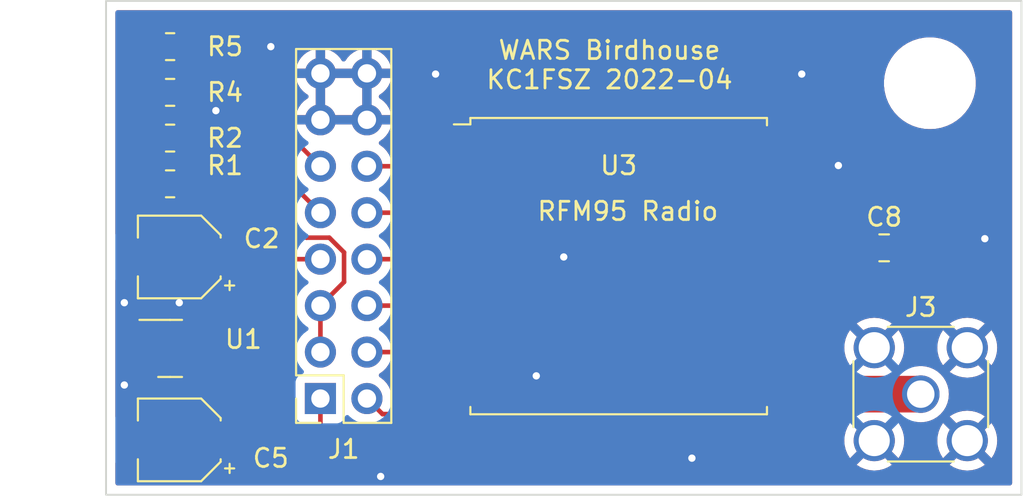
<source format=kicad_pcb>
(kicad_pcb (version 20211014) (generator pcbnew)
  (layers (0 "F.Cu" signal) (31 "B.Cu" signal) (34 "B.Paste" user) (35 "F.Paste" user) (36 "B.SilkS" user "B.Silkscreen") (37 "F.SilkS" user "F.Silkscreen") (38 "B.Mask" user) (39 "F.Mask" user) (44 "Edge.Cuts" user))
  (net 0 "")
  (net 1 "VSUPPLY")
  (net 2 "GND")
  (net 3 "+3V3")
  (net 4 "RADIO_INT0")
  (net 5 "VPANEL")
  (net 6 "RADIO_SCK")
  (net 7 "RADIO_MOSI")
  (net 8 "RADIO_MISO")
  (net 9 "VPANEL_SENSE")
  (net 10 "RADIO_NSS")
  (net 11 "VSUPPLY_SENSE")
  (net 12 "RADIO_RESET")
  (net 13 "Net-(J3-Pad1)")
  (footprint "RF_Module:HOPERF_RFM9XW_SMD" (layer "F.Cu") (at 149 89.5)
    (fp_text reference "U3" (at 0 -5.5) (layer "F.SilkS"))
    (fp_text value "RFM95W-868S2")
    (fp_line (start -8.1 8.1) (end 8.1 8.1) (layer "F.SilkS") (width 0.12))
    (fp_line (start -8.1 -7.75) (end -9 -7.75) (layer "F.SilkS") (width 0.12))
    (fp_line (start -8.1 -8.1) (end -8.1 -7.75) (layer "F.SilkS") (width 0.12))
    (fp_line (start -8.1 7.7) (end -8.1 8.1) (layer "F.SilkS") (width 0.12))
    (fp_line (start 8.1 -8.1) (end 8.1 -7.7) (layer "F.SilkS") (width 0.12))
    (fp_line (start 8.1 8.1) (end 8.1 7.7) (layer "F.SilkS") (width 0.12))
    (fp_line (start -8.1 -8.1) (end 8.1 -8.1) (layer "F.SilkS") (width 0.12))
    (pad "1" smd rect (at -8 -7) (size 2 1) (layers "F.Cu" "F.Paste" "F.Mask") (net 2 "GND"))
    (pad "2" smd rect (at -8 -5) (size 2 1) (layers "F.Cu" "F.Paste" "F.Mask") (net 8 "RADIO_MISO"))
    (pad "3" smd rect (at -8 -3) (size 2 1) (layers "F.Cu" "F.Paste" "F.Mask") (net 7 "RADIO_MOSI"))
    (pad "4" smd rect (at -8 -1) (size 2 1) (layers "F.Cu" "F.Paste" "F.Mask") (net 6 "RADIO_SCK"))
    (pad "5" smd rect (at -8 1) (size 2 1) (layers "F.Cu" "F.Paste" "F.Mask") (net 10 "RADIO_NSS"))
    (pad "6" smd rect (at -8 3) (size 2 1) (layers "F.Cu" "F.Paste" "F.Mask") (net 12 "RADIO_RESET"))
    (pad "7" smd rect (at -8 5) (size 2 1) (layers "F.Cu" "F.Paste" "F.Mask"))
    (pad "8" smd rect (at -8 7) (size 2 1) (layers "F.Cu" "F.Paste" "F.Mask") (net 2 "GND"))
    (pad "9" smd rect (at 8 7) (size 2 1) (layers "F.Cu" "F.Paste" "F.Mask") (net 13 "Net-(J3-Pad1)"))
    (pad "10" smd rect (at 8 5) (size 2 1) (layers "F.Cu" "F.Paste" "F.Mask") (net 2 "GND"))
    (pad "11" smd rect (at 8 3) (size 2 1) (layers "F.Cu" "F.Paste" "F.Mask"))
    (pad "12" smd rect (at 8 1) (size 2 1) (layers "F.Cu" "F.Paste" "F.Mask"))
    (pad "13" smd rect (at 8 -1) (size 2 1) (layers "F.Cu" "F.Paste" "F.Mask") (net 3 "+3V3"))
    (pad "14" smd rect (at 8 -3) (size 2 1) (layers "F.Cu" "F.Paste" "F.Mask") (net 4 "RADIO_INT0"))
    (pad "15" smd rect (at 8 -5) (size 2 1) (layers "F.Cu" "F.Paste" "F.Mask"))
    (pad "16" smd rect (at 8 -7) (size 2 1) (layers "F.Cu" "F.Paste" "F.Mask"))
  )
  (footprint "Capacitor_SMD:C_0805_2012Metric_Pad1.18x1.45mm_HandSolder" (layer "F.Cu") (at 163.5 88.5)
    (fp_text reference "C8" (at 0 -1.68) (layer "F.SilkS"))
    (fp_text value "100n")
    (fp_line (start -0.261252 0.735) (end 0.261252 0.735) (layer "F.SilkS") (width 0.12))
    (fp_line (start -0.261252 -0.735) (end 0.261252 -0.735) (layer "F.SilkS") (width 0.12))
    (pad "1" smd roundrect (at -1.0375 0) (size 1.175 1.45) (layers "F.Cu" "F.Paste" "F.Mask") (roundrect_rratio 0.2127659574) (net 3 "+3V3"))
    (pad "2" smd roundrect (at 1.0375 0) (size 1.175 1.45) (layers "F.Cu" "F.Paste" "F.Mask") (roundrect_rratio 0.2127659574) (net 2 "GND"))
  )
  (footprint "MountingHole:MountingHole_4mm" (layer "F.Cu") (at 166 79.5)
    (fp_text reference "H1" hide)
    (fp_text value "MountingHole")
    (pad "" np_thru_hole circle (at 0 0) (size 4 4) (drill 4) (layers *.Cu *.Mask))
  )
  (footprint "Package_TO_SOT_SMD:SOT-23" (layer "F.Cu") (at 124.5 94)
    (fp_text reference "U1" (at 4 -0.5) (layer "F.SilkS"))
    (fp_text value "MCP1700-3302E_SOT23")
    (fp_line (start 0 1.56) (end -0.65 1.56) (layer "F.SilkS") (width 0.12))
    (fp_line (start 0 -1.56) (end 0.65 -1.56) (layer "F.SilkS") (width 0.12))
    (fp_line (start 0 -1.56) (end -1.675 -1.56) (layer "F.SilkS") (width 0.12))
    (fp_line (start 0 1.56) (end 0.65 1.56) (layer "F.SilkS") (width 0.12))
    (pad "1" smd roundrect (at -0.9375 -0.95) (size 1.475 0.6) (layers "F.Cu" "F.Paste" "F.Mask") (net 2 "GND"))
    (pad "2" smd roundrect (at -0.9375 0.95) (size 1.475 0.6) (layers "F.Cu" "F.Paste" "F.Mask") (net 3 "+3V3"))
    (pad "3" smd roundrect (at 0.9375 0) (size 1.475 0.6) (layers "F.Cu" "F.Paste" "F.Mask") (net 1 "VSUPPLY"))
  )
  (footprint "Capacitor_SMD:CP_Elec_4x5.4" (layer "F.Cu") (at 125 99 180)
    (fp_text reference "C5" (at -5 -1) (layer "F.SilkS"))
    (fp_text value "10u")
    (fp_line (start 2.26 2.26) (end 2.26 1.06) (layer "F.SilkS") (width 0.12))
    (fp_line (start -2.26 1.195563) (end -1.195563 2.26) (layer "F.SilkS") (width 0.12))
    (fp_line (start -2.26 -1.195563) (end -1.195563 -2.26) (layer "F.SilkS") (width 0.12))
    (fp_line (start 2.26 -2.26) (end 2.26 -1.06) (layer "F.SilkS") (width 0.12))
    (fp_line (start -2.26 -1.195563) (end -2.26 -1.06) (layer "F.SilkS") (width 0.12))
    (fp_line (start -1.195563 -2.26) (end 2.26 -2.26) (layer "F.SilkS") (width 0.12))
    (fp_line (start -2.26 1.195563) (end -2.26 1.06) (layer "F.SilkS") (width 0.12))
    (fp_line (start -2.75 -1.81) (end -2.75 -1.31) (layer "F.SilkS") (width 0.12))
    (fp_line (start -3 -1.56) (end -2.5 -1.56) (layer "F.SilkS") (width 0.12))
    (fp_line (start -1.195563 2.26) (end 2.26 2.26) (layer "F.SilkS") (width 0.12))
    (pad "1" smd roundrect (at -1.8 0 180) (size 2.6 1.6) (layers "F.Cu" "F.Paste" "F.Mask") (roundrect_rratio 0.15625) (net 3 "+3V3"))
    (pad "2" smd roundrect (at 1.8 0 180) (size 2.6 1.6) (layers "F.Cu" "F.Paste" "F.Mask") (roundrect_rratio 0.15625) (net 2 "GND"))
  )
  (footprint "Resistor_SMD:R_0805_2012Metric_Pad1.20x1.40mm_HandSolder" (layer "F.Cu") (at 124.5 82.5 180)
    (fp_text reference "R2" (at -3 0) (layer "F.SilkS"))
    (fp_text value "1k")
    (fp_line (start -0.227064 0.735) (end 0.227064 0.735) (layer "F.SilkS") (width 0.12))
    (fp_line (start -0.227064 -0.735) (end 0.227064 -0.735) (layer "F.SilkS") (width 0.12))
    (pad "1" smd roundrect (at -1 0 180) (size 1.2 1.4) (layers "F.Cu" "F.Paste" "F.Mask") (roundrect_rratio 0.2083333333) (net 9 "VPANEL_SENSE"))
    (pad "2" smd roundrect (at 1 0 180) (size 1.2 1.4) (layers "F.Cu" "F.Paste" "F.Mask") (roundrect_rratio 0.2083333333) (net 2 "GND"))
  )
  (footprint "Connector_Coaxial:SMA_Amphenol_132134_Vertical" (layer "F.Cu") (at 165.5 96.5)
    (fp_text reference "J3" (at 0 -4.75) (layer "F.SilkS"))
    (fp_text value "SMA")
    (fp_line (start 3.68 -1.8) (end 3.68 1.8) (layer "F.SilkS") (width 0.12))
    (fp_line (start -3.68 -1.8) (end -3.68 1.8) (layer "F.SilkS") (width 0.12))
    (fp_line (start -1.8 3.68) (end 1.8 3.68) (layer "F.SilkS") (width 0.12))
    (fp_line (start -1.8 -3.68) (end 1.8 -3.68) (layer "F.SilkS") (width 0.12))
    (pad "1" thru_hole circle (at 0 0) (size 2.05 2.05) (drill 1.5) (layers *.Cu *.Mask) (net 13 "Net-(J3-Pad1)"))
    (pad "2" thru_hole circle (at 2.54 2.54) (size 2.25 2.25) (drill 1.7) (layers *.Cu *.Mask) (net 2 "GND"))
    (pad "2" thru_hole circle (at -2.54 2.54) (size 2.25 2.25) (drill 1.7) (layers *.Cu *.Mask) (net 2 "GND"))
    (pad "2" thru_hole circle (at -2.54 -2.54) (size 2.25 2.25) (drill 1.7) (layers *.Cu *.Mask) (net 2 "GND"))
    (pad "2" thru_hole circle (at 2.54 -2.54) (size 2.25 2.25) (drill 1.7) (layers *.Cu *.Mask) (net 2 "GND"))
  )
  (footprint "Connector_PinSocket_2.54mm:PinSocket_2x08_P2.54mm_Vertical" (layer "F.Cu") (at 132.71 96.74 180)
    (fp_text reference "J1" (at -1.27 -2.77) (layer "F.SilkS"))
    (fp_text value "Conn_02x08_Odd_Even")
    (fp_line (start -1.27 1.27) (end 1.33 1.27) (layer "F.SilkS") (width 0.12))
    (fp_line (start 1.33 1.27) (end 1.33 19.11) (layer "F.SilkS") (width 0.12))
    (fp_line (start -3.87 -1.33) (end -3.87 19.11) (layer "F.SilkS") (width 0.12))
    (fp_line (start 0 -1.33) (end 1.33 -1.33) (layer "F.SilkS") (width 0.12))
    (fp_line (start -3.87 -1.33) (end -1.27 -1.33) (layer "F.SilkS") (width 0.12))
    (fp_line (start -1.27 -1.33) (end -1.27 1.27) (layer "F.SilkS") (width 0.12))
    (fp_line (start -3.87 19.11) (end 1.33 19.11) (layer "F.SilkS") (width 0.12))
    (fp_line (start 1.33 -1.33) (end 1.33 0) (layer "F.SilkS") (width 0.12))
    (pad "1" thru_hole rect (at 0 0 180) (size 1.7 1.7) (drill 1) (layers *.Cu *.Mask) (net 3 "+3V3"))
    (pad "2" thru_hole oval (at -2.54 0 180) (size 1.7 1.7) (drill 1) (layers *.Cu *.Mask) (net 4 "RADIO_INT0"))
    (pad "3" thru_hole oval (at 0 2.54 180) (size 1.7 1.7) (drill 1) (layers *.Cu *.Mask) (net 5 "VPANEL"))
    (pad "4" thru_hole oval (at -2.54 2.54 180) (size 1.7 1.7) (drill 1) (layers *.Cu *.Mask) (net 12 "RADIO_RESET"))
    (pad "5" thru_hole oval (at 0 5.08 180) (size 1.7 1.7) (drill 1) (layers *.Cu *.Mask) (net 5 "VPANEL"))
    (pad "6" thru_hole oval (at -2.54 5.08 180) (size 1.7 1.7) (drill 1) (layers *.Cu *.Mask) (net 10 "RADIO_NSS"))
    (pad "7" thru_hole oval (at 0 7.62 180) (size 1.7 1.7) (drill 1) (layers *.Cu *.Mask) (net 1 "VSUPPLY"))
    (pad "8" thru_hole oval (at -2.54 7.62 180) (size 1.7 1.7) (drill 1) (layers *.Cu *.Mask) (net 6 "RADIO_SCK"))
    (pad "9" thru_hole oval (at 0 10.16 180) (size 1.7 1.7) (drill 1) (layers *.Cu *.Mask) (net 9 "VPANEL_SENSE"))
    (pad "10" thru_hole oval (at -2.54 10.16 180) (size 1.7 1.7) (drill 1) (layers *.Cu *.Mask) (net 7 "RADIO_MOSI"))
    (pad "11" thru_hole oval (at 0 12.7 180) (size 1.7 1.7) (drill 1) (layers *.Cu *.Mask) (net 11 "VSUPPLY_SENSE"))
    (pad "12" thru_hole oval (at -2.54 12.7 180) (size 1.7 1.7) (drill 1) (layers *.Cu *.Mask) (net 8 "RADIO_MISO"))
    (pad "13" thru_hole oval (at 0 15.24 180) (size 1.7 1.7) (drill 1) (layers *.Cu *.Mask) (net 2 "GND"))
    (pad "14" thru_hole oval (at -2.54 15.24 180) (size 1.7 1.7) (drill 1) (layers *.Cu *.Mask) (net 2 "GND"))
    (pad "15" thru_hole oval (at 0 17.78 180) (size 1.7 1.7) (drill 1) (layers *.Cu *.Mask) (net 2 "GND"))
    (pad "16" thru_hole oval (at -2.54 17.78 180) (size 1.7 1.7) (drill 1) (layers *.Cu *.Mask) (net 2 "GND"))
  )
  (footprint "Resistor_SMD:R_0805_2012Metric_Pad1.20x1.40mm_HandSolder" (layer "F.Cu") (at 124.5 80 180)
    (fp_text reference "R4" (at -3 0) (layer "F.SilkS"))
    (fp_text value "1k")
    (fp_line (start -0.227064 0.735) (end 0.227064 0.735) (layer "F.SilkS") (width 0.12))
    (fp_line (start -0.227064 -0.735) (end 0.227064 -0.735) (layer "F.SilkS") (width 0.12))
    (pad "1" smd roundrect (at -1 0 180) (size 1.2 1.4) (layers "F.Cu" "F.Paste" "F.Mask") (roundrect_rratio 0.2083333333) (net 11 "VSUPPLY_SENSE"))
    (pad "2" smd roundrect (at 1 0 180) (size 1.2 1.4) (layers "F.Cu" "F.Paste" "F.Mask") (roundrect_rratio 0.2083333333) (net 1 "VSUPPLY"))
  )
  (footprint "Resistor_SMD:R_0805_2012Metric_Pad1.20x1.40mm_HandSolder" (layer "F.Cu") (at 124.5 77.5 180)
    (fp_text reference "R5" (at -3 0) (layer "F.SilkS"))
    (fp_text value "1k")
    (fp_line (start -0.227064 0.735) (end 0.227064 0.735) (layer "F.SilkS") (width 0.12))
    (fp_line (start -0.227064 -0.735) (end 0.227064 -0.735) (layer "F.SilkS") (width 0.12))
    (pad "1" smd roundrect (at -1 0 180) (size 1.2 1.4) (layers "F.Cu" "F.Paste" "F.Mask") (roundrect_rratio 0.2083333333) (net 11 "VSUPPLY_SENSE"))
    (pad "2" smd roundrect (at 1 0 180) (size 1.2 1.4) (layers "F.Cu" "F.Paste" "F.Mask") (roundrect_rratio 0.2083333333) (net 2 "GND"))
  )
  (footprint "Capacitor_SMD:CP_Elec_4x5.4" (layer "F.Cu") (at 125 89 180)
    (fp_text reference "C2" (at -4.5 1) (layer "F.SilkS"))
    (fp_text value "10u")
    (fp_line (start -2.75 -1.81) (end -2.75 -1.31) (layer "F.SilkS") (width 0.12))
    (fp_line (start -3 -1.56) (end -2.5 -1.56) (layer "F.SilkS") (width 0.12))
    (fp_line (start -2.26 -1.195563) (end -2.26 -1.06) (layer "F.SilkS") (width 0.12))
    (fp_line (start -2.26 1.195563) (end -1.195563 2.26) (layer "F.SilkS") (width 0.12))
    (fp_line (start -1.195563 2.26) (end 2.26 2.26) (layer "F.SilkS") (width 0.12))
    (fp_line (start -1.195563 -2.26) (end 2.26 -2.26) (layer "F.SilkS") (width 0.12))
    (fp_line (start -2.26 1.195563) (end -2.26 1.06) (layer "F.SilkS") (width 0.12))
    (fp_line (start 2.26 2.26) (end 2.26 1.06) (layer "F.SilkS") (width 0.12))
    (fp_line (start -2.26 -1.195563) (end -1.195563 -2.26) (layer "F.SilkS") (width 0.12))
    (fp_line (start 2.26 -2.26) (end 2.26 -1.06) (layer "F.SilkS") (width 0.12))
    (pad "1" smd roundrect (at -1.8 0 180) (size 2.6 1.6) (layers "F.Cu" "F.Paste" "F.Mask") (roundrect_rratio 0.15625) (net 1 "VSUPPLY"))
    (pad "2" smd roundrect (at 1.8 0 180) (size 2.6 1.6) (layers "F.Cu" "F.Paste" "F.Mask") (roundrect_rratio 0.15625) (net 2 "GND"))
  )
  (footprint "Resistor_SMD:R_0805_2012Metric_Pad1.20x1.40mm_HandSolder" (layer "F.Cu") (at 124.5 85 180)
    (fp_text reference "R1" (at -3 1) (layer "F.SilkS"))
    (fp_text value "5k")
    (fp_line (start -0.227064 0.735) (end 0.227064 0.735) (layer "F.SilkS") (width 0.12))
    (fp_line (start -0.227064 -0.735) (end 0.227064 -0.735) (layer "F.SilkS") (width 0.12))
    (pad "1" smd roundrect (at -1 0 180) (size 1.2 1.4) (layers "F.Cu" "F.Paste" "F.Mask") (roundrect_rratio 0.2083333333) (net 9 "VPANEL_SENSE"))
    (pad "2" smd roundrect (at 1 0 180) (size 1.2 1.4) (layers "F.Cu" "F.Paste" "F.Mask") (roundrect_rratio 0.2083333333) (net 5 "VPANEL"))
  )
  (gr_rect (start 121 75) (end 171 102) (layer "Edge.Cuts") (width 0.1) (fill none))
  (gr_text "RFM95 Radio" (at 149.5 86.5) (layer "F.SilkS") (effects (font (size 1 1))))
  (gr_text " WARS Birdhouse \nKC1FSZ 2022-04" (at 148.5 78.5) (layer "F.SilkS") (effects (font (size 1 1))))
  (segment (start 126.92 89.12) (end 132.71 89.12) (width 0.25) (layer "F.Cu") (net 1))
  (segment (start 125.4375 94) (end 126.8 92.6375) (width 0.25) (layer "F.Cu") (net 1))
  (segment (start 122.57548 80.92452) (end 122.57548 85.687973) (width 0.25) (layer "F.Cu") (net 1))
  (segment (start 126.8 89) (end 126.92 89.12) (width 0.25) (layer "F.Cu") (net 1))
  (segment (start 123.5 80) (end 122.57548 80.92452) (width 0.25) (layer "F.Cu") (net 1))
  (segment (start 125.887507 89) (end 126.8 89) (width 0.25) (layer "F.Cu") (net 1))
  (segment (start 122.57548 85.687973) (end 125.887507 89) (width 0.25) (layer "F.Cu") (net 1))
  (segment (start 126.8 92.6375) (end 126.8 89) (width 0.25) (layer "F.Cu") (net 1))
  (segment (start 124.97548 81.02452) (end 126.97548 81.02452) (width 0.25) (layer "F.Cu") (net 2))
  (segment (start 123.5 82.5) (end 124.97548 81.02452) (width 0.25) (layer "F.Cu") (net 2))
  (segment (start 126.97548 81.02452) (end 127 81) (width 0.25) (layer "F.Cu") (net 2))
  (via (at 169 88) (size 0.8) (drill 0.4) (layers "F.Cu" "B.Cu") (net 2))
  (via (at 125 91.5) (size 0.8) (drill 0.4) (layers "F.Cu" "B.Cu") (net 2))
  (via (at 146 89) (size 0.8) (drill 0.4) (layers "F.Cu" "B.Cu") (net 2))
  (via (at 144.5 95.5) (size 0.8) (drill 0.4) (layers "F.Cu" "B.Cu") (net 2))
  (via (at 161 84) (size 0.8) (drill 0.4) (layers "F.Cu" "B.Cu") (net 2))
  (via (at 153 100) (size 0.8) (drill 0.4) (layers "F.Cu" "B.Cu") (net 2))
  (via (at 127 81) (size 0.8) (drill 0.4) (layers "F.Cu" "B.Cu") (net 2))
  (via (at 159 79) (size 0.8) (drill 0.4) (layers "F.Cu" "B.Cu") (net 2))
  (via (at 130 77.5) (size 0.8) (drill 0.4) (layers "F.Cu" "B.Cu") (net 2))
  (via (at 122 91.5) (size 0.8) (drill 0.4) (layers "F.Cu" "B.Cu") (net 2))
  (via (at 122 96) (size 0.8) (drill 0.4) (layers "F.Cu" "B.Cu") (net 2))
  (via (at 136 101) (size 0.8) (drill 0.4) (layers "F.Cu" "B.Cu") (net 2))
  (via (at 139 79) (size 0.8) (drill 0.4) (layers "F.Cu" "B.Cu") (net 2))
  (segment (start 132.5 99) (end 126.8 99) (width 0.25) (layer "F.Cu") (net 3))
  (segment (start 157 88.5) (end 146.5 99) (width 0.25) (layer "F.Cu") (net 3))
  (segment (start 123.5625 95.7625) (end 126.8 99) (width 0.25) (layer "F.Cu") (net 3))
  (segment (start 132.71 98.79) (end 132.5 99) (width 0.25) (layer "F.Cu") (net 3))
  (segment (start 132.71 96.74) (end 132.71 98.79) (width 0.25) (layer "F.Cu") (net 3))
  (segment (start 146.5 99) (end 132.5 99) (width 0.25) (layer "F.Cu") (net 3))
  (segment (start 157 88.5) (end 162.4625 88.5) (width 0.25) (layer "F.Cu") (net 3))
  (segment (start 123.5625 94.95) (end 123.5625 95.7625) (width 0.25) (layer "F.Cu") (net 3))
  (segment (start 136.1 97.59) (end 145.91 97.59) (width 0.25) (layer "F.Cu") (net 4))
  (segment (start 145.91 97.59) (end 157 86.5) (width 0.25) (layer "F.Cu") (net 4))
  (segment (start 135.25 96.74) (end 136.1 97.59) (width 0.25) (layer "F.Cu") (net 4))
  (segment (start 132.71 91.66) (end 132.71 94.2) (width 0.25) (layer "F.Cu") (net 5))
  (segment (start 124.52452 86.02452) (end 130.02452 86.02452) (width 0.25) (layer "F.Cu") (net 5))
  (segment (start 130.02452 86.02452) (end 131.945489 87.945489) (width 0.25) (layer "F.Cu") (net 5))
  (segment (start 123.5 85) (end 124.52452 86.02452) (width 0.25) (layer "F.Cu") (net 5))
  (segment (start 134 88.74899) (end 134 90.37) (width 0.25) (layer "F.Cu") (net 5))
  (segment (start 134 90.37) (end 132.71 91.66) (width 0.25) (layer "F.Cu") (net 5))
  (segment (start 133.196499 87.945489) (end 134 88.74899) (width 0.25) (layer "F.Cu") (net 5))
  (segment (start 131.945489 87.945489) (end 133.196499 87.945489) (width 0.25) (layer "F.Cu") (net 5))
  (segment (start 140.38 89.12) (end 141 88.5) (width 0.25) (layer "F.Cu") (net 6))
  (segment (start 135.25 89.12) (end 140.38 89.12) (width 0.25) (layer "F.Cu") (net 6))
  (segment (start 135.25 86.58) (end 140.92 86.58) (width 0.25) (layer "F.Cu") (net 7))
  (segment (start 140.92 86.58) (end 141 86.5) (width 0.25) (layer "F.Cu") (net 7))
  (segment (start 140.54 84.04) (end 141 84.5) (width 0.25) (layer "F.Cu") (net 8))
  (segment (start 135.25 84.04) (end 140.54 84.04) (width 0.25) (layer "F.Cu") (net 8))
  (segment (start 125.5 82.5) (end 125.5 85) (width 0.25) (layer "F.Cu") (net 9))
  (segment (start 125.5 85) (end 131.13 85) (width 0.25) (layer "F.Cu") (net 9))
  (segment (start 131.13 85) (end 132.71 86.58) (width 0.25) (layer "F.Cu") (net 9))
  (segment (start 135.25 91.66) (end 139.84 91.66) (width 0.25) (layer "F.Cu") (net 10))
  (segment (start 139.84 91.66) (end 141 90.5) (width 0.25) (layer "F.Cu") (net 10))
  (segment (start 128.67 80) (end 132.71 84.04) (width 0.25) (layer "F.Cu") (net 11))
  (segment (start 125.5 80) (end 128.67 80) (width 0.25) (layer "F.Cu") (net 11))
  (segment (start 125.5 80) (end 125.5 77.5) (width 0.25) (layer "F.Cu") (net 11))
  (segment (start 135.25 94.2) (end 138.3 94.2) (width 0.25) (layer "F.Cu") (net 12))
  (segment (start 140 92.5) (end 141 92.5) (width 0.25) (layer "F.Cu") (net 12))
  (segment (start 138.3 94.2) (end 140 92.5) (width 0.25) (layer "F.Cu") (net 12))
  (segment (start 157 96.5) (end 165.5 96.5) (width 2) (layer "F.Cu") (net 13))
  (zone (net 2) (net_name "GND") (layer "F.Cu") (connect_pads (clearance 0.508)) (min_thickness 0.254) (fill yes (thermal_gap 0.508) (thermal_bridge_width 0.508))
    (polygon (pts (xy 171 102) (xy 121 102) (xy 121 75) (xy 171 75)))
  )
  (zone (net 2) (net_name "GND") (layer "B.Cu") (connect_pads (clearance 0.508)) (min_thickness 0.254) (fill yes (thermal_gap 0.508) (thermal_bridge_width 0.508))
    (polygon (pts (xy 171 102) (xy 121 102) (xy 121 75) (xy 171 75)))
  )
)
</source>
